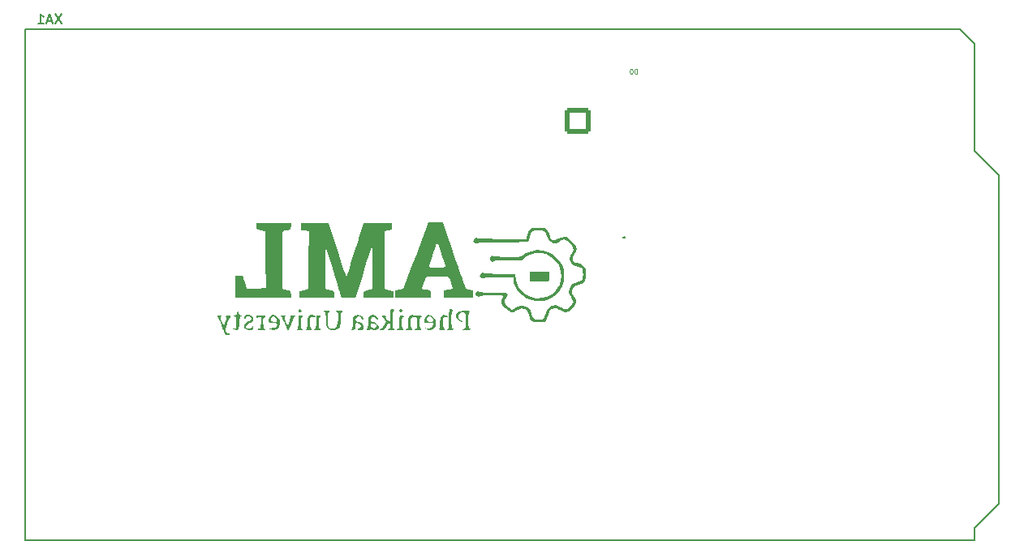
<source format=gbo>
G04 #@! TF.GenerationSoftware,KiCad,Pcbnew,7.0.5*
G04 #@! TF.CreationDate,2023-09-27T13:54:17+07:00*
G04 #@! TF.ProjectId,sumoRobotPCB,73756d6f-526f-4626-9f74-5043422e6b69,rev?*
G04 #@! TF.SameCoordinates,Original*
G04 #@! TF.FileFunction,Legend,Bot*
G04 #@! TF.FilePolarity,Positive*
%FSLAX46Y46*%
G04 Gerber Fmt 4.6, Leading zero omitted, Abs format (unit mm)*
G04 Created by KiCad (PCBNEW 7.0.5) date 2023-09-27 13:54:17*
%MOMM*%
%LPD*%
G01*
G04 APERTURE LIST*
G04 Aperture macros list*
%AMRoundRect*
0 Rectangle with rounded corners*
0 $1 Rounding radius*
0 $2 $3 $4 $5 $6 $7 $8 $9 X,Y pos of 4 corners*
0 Add a 4 corners polygon primitive as box body*
4,1,4,$2,$3,$4,$5,$6,$7,$8,$9,$2,$3,0*
0 Add four circle primitives for the rounded corners*
1,1,$1+$1,$2,$3*
1,1,$1+$1,$4,$5*
1,1,$1+$1,$6,$7*
1,1,$1+$1,$8,$9*
0 Add four rect primitives between the rounded corners*
20,1,$1+$1,$2,$3,$4,$5,0*
20,1,$1+$1,$4,$5,$6,$7,0*
20,1,$1+$1,$6,$7,$8,$9,0*
20,1,$1+$1,$8,$9,$2,$3,0*%
G04 Aperture macros list end*
%ADD10C,0.150000*%
%ADD11C,0.075000*%
%ADD12RoundRect,0.250001X-1.099999X-1.099999X1.099999X-1.099999X1.099999X1.099999X-1.099999X1.099999X0*%
%ADD13C,2.700000*%
%ADD14C,3.200000*%
%ADD15O,1.727200X1.727200*%
%ADD16R,1.727200X1.727200*%
G04 APERTURE END LIST*
D10*
X183568094Y-90158819D02*
X182901428Y-91158819D01*
X182901428Y-90158819D02*
X183568094Y-91158819D01*
X182568094Y-90873104D02*
X182091904Y-90873104D01*
X182663332Y-91158819D02*
X182329999Y-90158819D01*
X182329999Y-90158819D02*
X181996666Y-91158819D01*
X181139523Y-91158819D02*
X181710951Y-91158819D01*
X181425237Y-91158819D02*
X181425237Y-90158819D01*
X181425237Y-90158819D02*
X181520475Y-90301676D01*
X181520475Y-90301676D02*
X181615713Y-90396914D01*
X181615713Y-90396914D02*
X181710951Y-90444533D01*
X242274000Y-113415580D02*
X242321619Y-113463200D01*
X242321619Y-113463200D02*
X242274000Y-113510819D01*
X242274000Y-113510819D02*
X242226381Y-113463200D01*
X242226381Y-113463200D02*
X242274000Y-113415580D01*
X242274000Y-113415580D02*
X242274000Y-113510819D01*
D11*
X243659047Y-96392409D02*
X243659047Y-95892409D01*
X243659047Y-95892409D02*
X243539999Y-95892409D01*
X243539999Y-95892409D02*
X243468571Y-95916219D01*
X243468571Y-95916219D02*
X243420952Y-95963838D01*
X243420952Y-95963838D02*
X243397142Y-96011457D01*
X243397142Y-96011457D02*
X243373333Y-96106695D01*
X243373333Y-96106695D02*
X243373333Y-96178123D01*
X243373333Y-96178123D02*
X243397142Y-96273361D01*
X243397142Y-96273361D02*
X243420952Y-96320980D01*
X243420952Y-96320980D02*
X243468571Y-96368600D01*
X243468571Y-96368600D02*
X243539999Y-96392409D01*
X243539999Y-96392409D02*
X243659047Y-96392409D01*
X243063809Y-95892409D02*
X243016190Y-95892409D01*
X243016190Y-95892409D02*
X242968571Y-95916219D01*
X242968571Y-95916219D02*
X242944761Y-95940028D01*
X242944761Y-95940028D02*
X242920952Y-95987647D01*
X242920952Y-95987647D02*
X242897142Y-96082885D01*
X242897142Y-96082885D02*
X242897142Y-96201933D01*
X242897142Y-96201933D02*
X242920952Y-96297171D01*
X242920952Y-96297171D02*
X242944761Y-96344790D01*
X242944761Y-96344790D02*
X242968571Y-96368600D01*
X242968571Y-96368600D02*
X243016190Y-96392409D01*
X243016190Y-96392409D02*
X243063809Y-96392409D01*
X243063809Y-96392409D02*
X243111428Y-96368600D01*
X243111428Y-96368600D02*
X243135237Y-96344790D01*
X243135237Y-96344790D02*
X243159047Y-96297171D01*
X243159047Y-96297171D02*
X243182856Y-96201933D01*
X243182856Y-96201933D02*
X243182856Y-96082885D01*
X243182856Y-96082885D02*
X243159047Y-95987647D01*
X243159047Y-95987647D02*
X243135237Y-95940028D01*
X243135237Y-95940028D02*
X243111428Y-95916219D01*
X243111428Y-95916219D02*
X243063809Y-95892409D01*
G36*
X201038895Y-121618796D02*
G01*
X201227810Y-121628539D01*
X201280455Y-121664617D01*
X201224512Y-121740901D01*
X201211915Y-121755264D01*
X201117325Y-121915732D01*
X200995896Y-122179078D01*
X200870667Y-122496126D01*
X200850666Y-122551905D01*
X200731377Y-122970740D01*
X200715757Y-123261655D01*
X200804668Y-123431315D01*
X200998976Y-123486388D01*
X201094870Y-123501911D01*
X201165887Y-123571337D01*
X201119649Y-123630575D01*
X200975350Y-123654212D01*
X200802760Y-123626340D01*
X200674560Y-123550100D01*
X200631234Y-123474536D01*
X200533589Y-123261122D01*
X200406107Y-122954947D01*
X200265235Y-122594414D01*
X200158314Y-122321329D01*
X200026181Y-122008757D01*
X199919233Y-121783785D01*
X199853753Y-121682505D01*
X199842606Y-121671466D01*
X199891193Y-121634863D01*
X200061539Y-121620093D01*
X200127185Y-121621098D01*
X200266281Y-121642879D01*
X200241979Y-121694129D01*
X200223878Y-121706772D01*
X200176477Y-121785226D01*
X200193186Y-121928436D01*
X200277257Y-122181290D01*
X200335184Y-122332839D01*
X200425957Y-122547890D01*
X200485721Y-122660509D01*
X200529215Y-122638187D01*
X200609720Y-122492410D01*
X200703150Y-122252575D01*
X200762256Y-122072561D01*
X200811795Y-121874500D01*
X200803101Y-121764594D01*
X200738995Y-121699319D01*
X200703305Y-121665555D01*
X200762965Y-121630431D01*
X200980817Y-121618792D01*
X201038895Y-121618796D01*
G37*
G36*
X225955529Y-121116678D02*
G01*
X226150143Y-121144029D01*
X226226087Y-121192742D01*
X226223619Y-121213047D01*
X226141137Y-121277692D01*
X226121532Y-121295724D01*
X226086862Y-121447240D01*
X226064264Y-121732555D01*
X226056188Y-122127190D01*
X226056791Y-122303979D01*
X226064972Y-122640207D01*
X226086042Y-122845771D01*
X226124192Y-122948617D01*
X226183612Y-122976689D01*
X226242231Y-122986273D01*
X226311037Y-123061638D01*
X226282373Y-123092239D01*
X226128583Y-123131308D01*
X225886288Y-123146588D01*
X225733287Y-123140856D01*
X225537940Y-123110098D01*
X225461539Y-123061638D01*
X225475915Y-123022559D01*
X225588964Y-122976689D01*
X225632282Y-122976909D01*
X225684532Y-122964855D01*
X225716463Y-122909804D01*
X225734633Y-122780055D01*
X225745601Y-122543909D01*
X225755923Y-122169665D01*
X225758371Y-122074071D01*
X225761759Y-121707600D01*
X225744168Y-121474642D01*
X225695990Y-121345281D01*
X225607617Y-121289603D01*
X225469440Y-121277692D01*
X225249537Y-121314919D01*
X225088401Y-121467178D01*
X225036790Y-121746494D01*
X225043467Y-121855785D01*
X225118029Y-122019523D01*
X225312877Y-122148820D01*
X225441660Y-122217496D01*
X225499263Y-122273201D01*
X225416728Y-122291657D01*
X225175872Y-122231450D01*
X224938517Y-122060822D01*
X224782147Y-121830410D01*
X224738368Y-121627859D01*
X224801145Y-121376003D01*
X225005512Y-121203097D01*
X225157938Y-121158567D01*
X225409599Y-121124369D01*
X225692072Y-121110266D01*
X225955529Y-121116678D01*
G37*
G36*
X224243677Y-120947243D02*
G01*
X224428026Y-121012321D01*
X224492486Y-121078182D01*
X224406789Y-121135779D01*
X224346399Y-121225317D01*
X224298398Y-121439708D01*
X224268665Y-121735551D01*
X224257362Y-122071135D01*
X224264648Y-122404750D01*
X224290687Y-122694687D01*
X224335639Y-122899237D01*
X224399666Y-122976689D01*
X224458285Y-122986273D01*
X224527091Y-123061638D01*
X224504214Y-123089617D01*
X224358783Y-123129430D01*
X224123579Y-123143887D01*
X224017367Y-123142557D01*
X223840851Y-123130152D01*
X223799658Y-123095866D01*
X223868729Y-123028334D01*
X223928275Y-122965001D01*
X223973586Y-122850810D01*
X224000733Y-122660519D01*
X224013929Y-122362890D01*
X224017392Y-121926688D01*
X224017515Y-121802222D01*
X224021451Y-121416318D01*
X224034056Y-121165068D01*
X224059548Y-121020468D01*
X224102142Y-120954512D01*
X224166054Y-120939193D01*
X224243677Y-120947243D01*
G37*
G36*
X223687667Y-121579678D02*
G01*
X223859744Y-121628792D01*
X223932442Y-121711650D01*
X223932424Y-121712558D01*
X223856569Y-121765441D01*
X223677592Y-121787391D01*
X223587281Y-121789217D01*
X223474817Y-121821407D01*
X223430498Y-121930404D01*
X223422743Y-122162717D01*
X223421367Y-122255994D01*
X223404766Y-122503383D01*
X223375382Y-122661463D01*
X223373330Y-122760970D01*
X223460332Y-122917193D01*
X223539677Y-123006300D01*
X223592642Y-123098046D01*
X223584032Y-123108893D01*
X223465717Y-123135812D01*
X223252843Y-123146588D01*
X223105392Y-123137282D01*
X222947039Y-123091586D01*
X222908330Y-123025059D01*
X223013902Y-122957227D01*
X223039984Y-122938067D01*
X223088599Y-122778388D01*
X223094461Y-122478723D01*
X223089211Y-122269187D01*
X223114204Y-121948481D01*
X223195156Y-121741864D01*
X223341803Y-121615345D01*
X223485236Y-121575563D01*
X223687667Y-121579678D01*
G37*
G36*
X222658194Y-122373573D02*
G01*
X222657653Y-122423872D01*
X222612763Y-122741526D01*
X222484985Y-122960670D01*
X222431928Y-123009491D01*
X222168790Y-123126715D01*
X221866661Y-123127545D01*
X221596321Y-123008196D01*
X221585510Y-122999719D01*
X221492238Y-122918039D01*
X221525936Y-122900351D01*
X221705961Y-122933456D01*
X221873140Y-122947022D01*
X222134281Y-122886284D01*
X222327725Y-122744750D01*
X222403345Y-122549981D01*
X222398568Y-122492728D01*
X222347121Y-122421617D01*
X222206350Y-122389530D01*
X221936121Y-122382040D01*
X221468897Y-122382040D01*
X221468897Y-122089532D01*
X221488546Y-121965610D01*
X221741072Y-121965610D01*
X221746257Y-122132624D01*
X221858119Y-122245526D01*
X221902506Y-122261340D01*
X222151491Y-122302870D01*
X222333067Y-122257164D01*
X222403345Y-122133258D01*
X222343363Y-121941493D01*
X222199563Y-121773817D01*
X222031993Y-121702441D01*
X221973899Y-121709217D01*
X221823355Y-121804478D01*
X221741072Y-121965610D01*
X221488546Y-121965610D01*
X221506753Y-121850785D01*
X221657698Y-121664783D01*
X221673854Y-121653646D01*
X221909782Y-121546872D01*
X222135397Y-121577989D01*
X222396827Y-121752468D01*
X222400184Y-121755297D01*
X222565268Y-121922479D01*
X222640399Y-122102735D01*
X222642404Y-122133258D01*
X222658194Y-122373573D01*
G37*
G36*
X220385061Y-121590352D02*
G01*
X220403587Y-121597902D01*
X220629495Y-121640904D01*
X220895485Y-121637500D01*
X220923186Y-121634376D01*
X221137277Y-121635486D01*
X221214047Y-121693147D01*
X221199592Y-121736614D01*
X221086622Y-121787391D01*
X221063005Y-121792831D01*
X220992526Y-121902947D01*
X220954358Y-122117358D01*
X220947654Y-122386584D01*
X220971568Y-122661143D01*
X221025252Y-122891553D01*
X221107860Y-123028334D01*
X221145096Y-123058279D01*
X221175750Y-123112011D01*
X221086742Y-123136759D01*
X220853010Y-123143887D01*
X220719384Y-123139965D01*
X220525649Y-123110645D01*
X220449499Y-123061638D01*
X220463875Y-123022559D01*
X220576923Y-122976689D01*
X220614516Y-122969192D01*
X220668976Y-122893816D01*
X220696644Y-122711766D01*
X220704348Y-122391682D01*
X220703912Y-122207636D01*
X220694415Y-121974716D01*
X220659951Y-121850568D01*
X220584361Y-121795436D01*
X220451484Y-121769562D01*
X220428333Y-121766352D01*
X220225190Y-121769032D01*
X220102022Y-121859599D01*
X220041115Y-122064680D01*
X220024749Y-122410902D01*
X220035803Y-122697715D01*
X220081931Y-122908031D01*
X220173412Y-123028334D01*
X220210648Y-123058279D01*
X220241302Y-123112011D01*
X220152294Y-123136759D01*
X219918562Y-123143887D01*
X219784936Y-123139965D01*
X219591200Y-123110645D01*
X219515050Y-123061638D01*
X219529427Y-123022559D01*
X219642475Y-122976689D01*
X219688528Y-122964226D01*
X219737951Y-122878771D01*
X219762967Y-122685638D01*
X219769900Y-122353920D01*
X219770177Y-122241885D01*
X219778693Y-121958793D01*
X219808450Y-121789331D01*
X219871913Y-121690144D01*
X219981549Y-121617880D01*
X220157570Y-121553776D01*
X220385061Y-121590352D01*
G37*
G36*
X219185578Y-121636683D02*
G01*
X219302676Y-121702441D01*
X219310667Y-121746208D01*
X219222740Y-121787391D01*
X219199268Y-121792490D01*
X219126332Y-121901517D01*
X219086079Y-122115263D01*
X219077862Y-122384273D01*
X219101035Y-122659091D01*
X219154951Y-122890264D01*
X219238964Y-123028334D01*
X219276200Y-123058279D01*
X219306854Y-123112011D01*
X219217846Y-123136759D01*
X218984114Y-123143887D01*
X218850487Y-123139965D01*
X218656752Y-123110645D01*
X218580602Y-123061638D01*
X218594978Y-123022559D01*
X218708027Y-122976689D01*
X218764467Y-122955054D01*
X218807674Y-122855052D01*
X218829450Y-122645786D01*
X218835452Y-122297090D01*
X218836689Y-122020020D01*
X218847465Y-121791940D01*
X218878362Y-121671925D01*
X218939954Y-121625325D01*
X219042813Y-121617491D01*
X219185578Y-121636683D01*
G37*
G36*
X218129364Y-120948459D02*
G01*
X218325753Y-121022843D01*
X218342026Y-121033485D01*
X218402887Y-121092462D01*
X218304515Y-121106492D01*
X218298216Y-121106628D01*
X218234754Y-121126987D01*
X218193365Y-121201903D01*
X218169472Y-121360200D01*
X218158495Y-121630704D01*
X218155853Y-122042240D01*
X218157330Y-122334196D01*
X218166939Y-122655679D01*
X218188685Y-122851970D01*
X218226241Y-122949997D01*
X218283278Y-122976689D01*
X218341897Y-122986273D01*
X218410703Y-123061638D01*
X218393162Y-123087026D01*
X218256408Y-123129716D01*
X218028428Y-123146588D01*
X217914186Y-123142690D01*
X217722081Y-123112301D01*
X217646154Y-123061638D01*
X217660530Y-123022559D01*
X217773579Y-122976689D01*
X217785184Y-122976151D01*
X217873372Y-122899270D01*
X217901004Y-122679364D01*
X217900619Y-122646408D01*
X217865113Y-122442074D01*
X217777385Y-122394646D01*
X217645183Y-122502576D01*
X217476254Y-122764314D01*
X217328244Y-123001461D01*
X217194591Y-123116535D01*
X217032042Y-123146588D01*
X216870001Y-123123113D01*
X216796656Y-123061638D01*
X216809768Y-123023709D01*
X216920500Y-122976689D01*
X216982741Y-122948958D01*
X217120676Y-122809138D01*
X217270373Y-122590998D01*
X217388087Y-122383658D01*
X217444696Y-122238226D01*
X217426341Y-122134579D01*
X217339685Y-122017587D01*
X217207478Y-121869621D01*
X217058525Y-121723679D01*
X217005024Y-121668132D01*
X217034655Y-121627422D01*
X217210182Y-121617491D01*
X217225414Y-121617585D01*
X217400724Y-121642747D01*
X217431471Y-121706177D01*
X217428018Y-121822701D01*
X217510741Y-121994838D01*
X217641616Y-122146760D01*
X217775537Y-122212140D01*
X217821250Y-122198750D01*
X217869517Y-122110066D01*
X217894122Y-121912208D01*
X217901004Y-121575016D01*
X217901014Y-121554281D01*
X217906621Y-121233543D01*
X217927964Y-121046788D01*
X217972995Y-120960008D01*
X218049666Y-120939193D01*
X218129364Y-120948459D01*
G37*
G36*
X216711706Y-122795965D02*
G01*
X216700739Y-122872948D01*
X216609766Y-123044649D01*
X216520615Y-123099053D01*
X216320068Y-123141714D01*
X216116324Y-123130643D01*
X215990708Y-123063378D01*
X215937784Y-123028248D01*
X215784572Y-123076785D01*
X215669982Y-123120325D01*
X215469949Y-123111807D01*
X215411741Y-123088397D01*
X215357383Y-123037992D01*
X215458696Y-122966755D01*
X215503430Y-122934226D01*
X215566920Y-122823756D01*
X215593055Y-122658127D01*
X215878063Y-122658127D01*
X215893445Y-122744036D01*
X216001366Y-122922390D01*
X216168691Y-122973818D01*
X216351661Y-122878004D01*
X216440057Y-122749039D01*
X216420331Y-122588342D01*
X216238952Y-122464887D01*
X216128230Y-122425111D01*
X215951118Y-122392504D01*
X215878429Y-122464447D01*
X215878063Y-122658127D01*
X215593055Y-122658127D01*
X215598687Y-122622435D01*
X215607358Y-122291048D01*
X215607497Y-122210624D01*
X215615153Y-121926891D01*
X215644386Y-121759862D01*
X215708796Y-121665809D01*
X215821983Y-121601009D01*
X215913453Y-121565897D01*
X216096882Y-121556843D01*
X216331682Y-121643931D01*
X216382645Y-121670170D01*
X216556536Y-121796783D01*
X216626756Y-121913441D01*
X216593858Y-122023543D01*
X216495831Y-122015567D01*
X216361031Y-121872761D01*
X216240161Y-121761498D01*
X216065450Y-121739973D01*
X215921834Y-121843197D01*
X215862208Y-122052148D01*
X215865411Y-122137557D01*
X215916850Y-122265532D01*
X216063126Y-122297090D01*
X216238428Y-122334357D01*
X216462354Y-122458760D01*
X216639616Y-122627630D01*
X216691610Y-122749039D01*
X216711706Y-122795965D01*
G37*
G36*
X214712155Y-121616425D02*
G01*
X214763324Y-121633735D01*
X214940950Y-121702160D01*
X215012709Y-121744556D01*
X215019426Y-121776298D01*
X215064273Y-121907868D01*
X215076213Y-121987801D01*
X214989231Y-122042240D01*
X214907407Y-122010454D01*
X214818196Y-121872341D01*
X214729753Y-121735944D01*
X214568577Y-121717878D01*
X214377410Y-121840177D01*
X214342423Y-121878317D01*
X214264987Y-122060631D01*
X214346379Y-122210378D01*
X214577479Y-122306316D01*
X214704299Y-122338678D01*
X214980538Y-122479635D01*
X215118607Y-122678930D01*
X215103439Y-122919013D01*
X215090430Y-122951333D01*
X214972074Y-123105301D01*
X214764976Y-123146588D01*
X214598219Y-123129306D01*
X214476778Y-123074810D01*
X214472175Y-123009641D01*
X214607938Y-122961525D01*
X214757477Y-122898925D01*
X214835312Y-122754814D01*
X214793385Y-122591282D01*
X214629197Y-122466519D01*
X214626300Y-122465421D01*
X214397206Y-122418013D01*
X214278555Y-122497126D01*
X214260750Y-122709077D01*
X214260404Y-122879708D01*
X214218780Y-123040452D01*
X214172521Y-123087613D01*
X214030608Y-123140131D01*
X213888220Y-123132867D01*
X213823412Y-123061638D01*
X213825880Y-123041333D01*
X213908362Y-122976689D01*
X213951894Y-122898465D01*
X213982053Y-122688290D01*
X213993311Y-122383998D01*
X213993325Y-122360671D01*
X214000051Y-122050305D01*
X214028231Y-121860230D01*
X214091241Y-121743775D01*
X214202456Y-121654271D01*
X214308318Y-121593896D01*
X214480183Y-121561528D01*
X214712155Y-121616425D01*
G37*
G36*
X212615021Y-121113105D02*
G01*
X212842672Y-121121345D01*
X212920744Y-121148229D01*
X212867726Y-121199547D01*
X212865115Y-121201086D01*
X212791301Y-121274132D01*
X212746762Y-121408976D01*
X212724886Y-121641567D01*
X212719064Y-122007848D01*
X212718246Y-122194574D01*
X212707378Y-122491949D01*
X212675828Y-122685151D01*
X212613563Y-122818939D01*
X212510551Y-122938075D01*
X212334470Y-123065786D01*
X212012904Y-123153446D01*
X211680998Y-123110875D01*
X211398480Y-122938075D01*
X211357171Y-122895216D01*
X211268057Y-122773174D01*
X211217579Y-122619747D01*
X211195096Y-122388808D01*
X211189967Y-122034229D01*
X211185583Y-121729489D01*
X211164080Y-121472695D01*
X211118299Y-121317449D01*
X211041305Y-121226046D01*
X211010014Y-121201302D01*
X210970020Y-121144348D01*
X211050034Y-121118982D01*
X211274917Y-121113196D01*
X211358228Y-121113581D01*
X211537534Y-121123924D01*
X211579347Y-121157409D01*
X211508529Y-121226046D01*
X211462391Y-121270036D01*
X211400171Y-121399516D01*
X211368627Y-121619353D01*
X211359867Y-121968991D01*
X211362966Y-122158933D01*
X211403660Y-122547561D01*
X211500367Y-122799681D01*
X211664246Y-122935866D01*
X211906456Y-122976689D01*
X212052166Y-122966320D01*
X212225841Y-122895017D01*
X212339515Y-122733361D01*
X212408271Y-122455051D01*
X212447192Y-122033784D01*
X212451216Y-121962237D01*
X212462697Y-121639401D01*
X212449872Y-121437669D01*
X212406585Y-121316208D01*
X212326683Y-121234186D01*
X212270744Y-121188587D01*
X212249951Y-121139007D01*
X212348504Y-121117682D01*
X212591639Y-121113077D01*
X212615021Y-121113105D01*
G37*
G36*
X210428589Y-121617498D02*
G01*
X210606449Y-121642795D01*
X210680268Y-121702441D01*
X210665892Y-121741521D01*
X210552843Y-121787391D01*
X210512950Y-121796061D01*
X210459857Y-121874047D01*
X210432912Y-122058957D01*
X210425418Y-122382040D01*
X210427276Y-122568206D01*
X210443987Y-122815973D01*
X210483611Y-122941718D01*
X210552843Y-122976689D01*
X210611462Y-122986273D01*
X210680268Y-123061638D01*
X210662727Y-123087026D01*
X210525973Y-123129716D01*
X210297994Y-123146588D01*
X210183751Y-123142690D01*
X209991647Y-123112301D01*
X209915719Y-123061638D01*
X209930096Y-123022559D01*
X210043144Y-122976689D01*
X210099584Y-122955054D01*
X210142791Y-122855052D01*
X210164567Y-122645786D01*
X210170569Y-122297090D01*
X210170569Y-121617491D01*
X210425418Y-121617491D01*
X210428589Y-121617498D01*
G37*
G36*
X209895925Y-121595351D02*
G01*
X210021907Y-121616331D01*
X210036577Y-121618886D01*
X210085619Y-121702441D01*
X210012942Y-121762265D01*
X209836494Y-121787391D01*
X209799091Y-121788157D01*
X209638322Y-121826685D01*
X209544905Y-121944623D01*
X209505995Y-122171313D01*
X209508747Y-122536098D01*
X209515585Y-122646798D01*
X209559621Y-122893757D01*
X209636869Y-122976689D01*
X209678487Y-122983167D01*
X209745820Y-123061638D01*
X209737155Y-123080681D01*
X209618804Y-123127748D01*
X209406020Y-123146588D01*
X209329851Y-123144422D01*
X209141584Y-123114834D01*
X209066221Y-123061638D01*
X209068690Y-123041333D01*
X209151171Y-122976689D01*
X209192322Y-122910611D01*
X209224118Y-122713059D01*
X209236121Y-122424515D01*
X209267593Y-122036659D01*
X209371709Y-121734949D01*
X209542814Y-121574878D01*
X209774911Y-121566002D01*
X209895925Y-121595351D01*
G37*
G36*
X208559693Y-121617498D02*
G01*
X208737553Y-121642795D01*
X208811372Y-121702441D01*
X208796995Y-121741521D01*
X208683947Y-121787391D01*
X208660329Y-121792831D01*
X208589850Y-121902947D01*
X208551682Y-122117358D01*
X208544979Y-122386584D01*
X208568892Y-122661143D01*
X208622576Y-122891553D01*
X208705184Y-123028334D01*
X208729813Y-123047544D01*
X208779494Y-123108531D01*
X208708712Y-123136173D01*
X208492810Y-123143887D01*
X208397606Y-123141583D01*
X208207401Y-123112946D01*
X208131773Y-123061638D01*
X208134241Y-123041333D01*
X208216723Y-122976689D01*
X208224322Y-122974423D01*
X208264613Y-122870147D01*
X208291737Y-122633644D01*
X208301673Y-122297090D01*
X208301673Y-121617491D01*
X208556522Y-121617491D01*
X208559693Y-121617498D01*
G37*
G36*
X206863946Y-121622449D02*
G01*
X206979550Y-121647256D01*
X206944618Y-121699319D01*
X206899532Y-121735711D01*
X206868458Y-121822650D01*
X206894495Y-121980431D01*
X206980463Y-122252575D01*
X207060142Y-122461348D01*
X207143861Y-122623684D01*
X207197891Y-122660509D01*
X207227988Y-122609710D01*
X207309102Y-122429626D01*
X207406356Y-122181290D01*
X207430107Y-122115899D01*
X207499534Y-121890204D01*
X207502292Y-121764577D01*
X207441634Y-121694129D01*
X207416546Y-121669841D01*
X207480820Y-121633180D01*
X207707024Y-121621375D01*
X207854513Y-121625362D01*
X207986916Y-121649845D01*
X207960373Y-121698200D01*
X207935024Y-121720742D01*
X207834175Y-121877651D01*
X207708079Y-122138190D01*
X207578099Y-122459798D01*
X207529215Y-122588044D01*
X207407763Y-122873442D01*
X207304669Y-123071792D01*
X207238194Y-123146221D01*
X207221359Y-123137947D01*
X207140076Y-123019746D01*
X207028723Y-122790657D01*
X206906243Y-122488227D01*
X206872820Y-122400670D01*
X206741695Y-122091106D01*
X206620055Y-121850061D01*
X206530576Y-121723679D01*
X206472838Y-121657968D01*
X206531410Y-121625954D01*
X206735102Y-121618792D01*
X206863946Y-121622449D01*
G37*
G36*
X206348617Y-122475243D02*
G01*
X206293264Y-122767556D01*
X206177927Y-122976689D01*
X205983926Y-123094346D01*
X205682909Y-123146859D01*
X205377851Y-123095025D01*
X205309209Y-123064569D01*
X205248689Y-122997113D01*
X205345094Y-122949847D01*
X205589329Y-122929873D01*
X205856855Y-122892997D01*
X206034290Y-122764061D01*
X206091676Y-122530702D01*
X206091437Y-122516854D01*
X206053719Y-122432905D01*
X205924734Y-122392493D01*
X205665562Y-122382040D01*
X205402036Y-122364456D01*
X205218402Y-122285660D01*
X205170876Y-122126797D01*
X205195056Y-122042436D01*
X205455853Y-122042436D01*
X205472021Y-122152148D01*
X205564453Y-122230744D01*
X205780346Y-122269779D01*
X205844587Y-122276109D01*
X206019934Y-122278771D01*
X206082680Y-122221538D01*
X206077670Y-122075035D01*
X206072207Y-122039123D01*
X205977693Y-121833483D01*
X205821036Y-121728491D01*
X205650000Y-121726649D01*
X205512351Y-121830463D01*
X205455853Y-122042436D01*
X205195056Y-122042436D01*
X205244558Y-121869735D01*
X205249791Y-121857409D01*
X205418963Y-121633737D01*
X205652560Y-121554921D01*
X205925769Y-121621842D01*
X206213778Y-121835378D01*
X206270727Y-121916283D01*
X206341825Y-122168552D01*
X206342998Y-122221538D01*
X206348617Y-122475243D01*
G37*
G36*
X204093645Y-121617731D02*
G01*
X204287482Y-121631553D01*
X204542642Y-121628394D01*
X204632335Y-121626559D01*
X204827613Y-121647457D01*
X204903679Y-121699038D01*
X204889275Y-121739720D01*
X204776254Y-121787391D01*
X204752637Y-121792831D01*
X204682158Y-121902947D01*
X204643990Y-122117358D01*
X204637286Y-122386584D01*
X204661200Y-122661143D01*
X204714884Y-122891553D01*
X204797492Y-123028334D01*
X204843550Y-123066860D01*
X204856896Y-123114841D01*
X204750833Y-123137253D01*
X204500168Y-123143887D01*
X204327517Y-123138271D01*
X204130773Y-123108629D01*
X204054181Y-123061638D01*
X204086040Y-123012263D01*
X204224081Y-122976689D01*
X204242178Y-122976379D01*
X204323766Y-122953717D01*
X204369518Y-122869364D01*
X204389551Y-122687278D01*
X204393980Y-122371421D01*
X204393980Y-121766154D01*
X204133078Y-121818334D01*
X204010961Y-121838303D01*
X203908810Y-121820368D01*
X203904511Y-121722765D01*
X203941974Y-121648097D01*
X204059226Y-121610559D01*
X204093645Y-121617731D01*
G37*
G36*
X203402960Y-121634091D02*
G01*
X203566802Y-121802701D01*
X203613044Y-122029217D01*
X203588941Y-122130319D01*
X203471500Y-122280985D01*
X203225920Y-122422316D01*
X203078151Y-122497914D01*
X202912826Y-122631849D01*
X202864883Y-122783353D01*
X202874808Y-122879279D01*
X202952554Y-122957876D01*
X203149226Y-122976689D01*
X203176477Y-122976397D01*
X203398675Y-122930209D01*
X203525751Y-122785552D01*
X203583712Y-122670574D01*
X203615121Y-122661224D01*
X203623682Y-122813868D01*
X203613765Y-122970017D01*
X203572799Y-123089955D01*
X203562642Y-123098951D01*
X203394338Y-123150356D01*
X203152600Y-123141980D01*
X202911172Y-123083275D01*
X202743798Y-122983694D01*
X202655685Y-122860180D01*
X202620943Y-122636819D01*
X202752634Y-122426691D01*
X203048550Y-122235223D01*
X203065978Y-122226855D01*
X203295661Y-122100357D01*
X203396595Y-121993391D01*
X203399679Y-121874186D01*
X203311311Y-121755642D01*
X203134457Y-121698878D01*
X202948109Y-121728798D01*
X202826927Y-121848723D01*
X202819893Y-121866670D01*
X202763816Y-121946719D01*
X202691999Y-121869960D01*
X202662227Y-121771515D01*
X202755280Y-121638729D01*
X202916394Y-121558864D01*
X203169998Y-121545456D01*
X203402960Y-121634091D01*
G37*
G36*
X202061394Y-121228172D02*
G01*
X202100335Y-121363516D01*
X202129548Y-121484843D01*
X202286923Y-121597241D01*
X202361523Y-121618043D01*
X202416785Y-121654645D01*
X202318950Y-121700252D01*
X202252616Y-121738532D01*
X202196183Y-121841582D01*
X202166280Y-122039099D01*
X202153600Y-122368708D01*
X202134824Y-122733180D01*
X202090508Y-122956159D01*
X202015385Y-123063467D01*
X201901385Y-123127084D01*
X201794621Y-123136189D01*
X201612829Y-123093295D01*
X201500599Y-123044832D01*
X201464251Y-122975006D01*
X201520366Y-122944187D01*
X201675670Y-122952097D01*
X201689518Y-122955591D01*
X201774662Y-122959791D01*
X201821523Y-122897238D01*
X201841373Y-122733570D01*
X201845485Y-122434423D01*
X201845825Y-122151484D01*
X201846776Y-121920679D01*
X201848126Y-121808628D01*
X201784218Y-121754844D01*
X201614514Y-121709696D01*
X201378261Y-121674475D01*
X201632970Y-121623936D01*
X201819484Y-121552108D01*
X201887819Y-121411620D01*
X201905110Y-121317812D01*
X201994147Y-121214214D01*
X202061394Y-121228172D01*
G37*
G36*
X233455556Y-112460559D02*
G01*
X233770846Y-112473675D01*
X234004634Y-112496909D01*
X234150199Y-112543174D01*
X234250834Y-112627133D01*
X234349832Y-112763450D01*
X234359992Y-112778909D01*
X234502648Y-113067696D01*
X234592686Y-113371676D01*
X234684169Y-113634513D01*
X234855060Y-113761084D01*
X235111522Y-113746662D01*
X235460813Y-113593100D01*
X235730362Y-113457894D01*
X236014756Y-113380557D01*
X236269750Y-113418460D01*
X236537062Y-113579973D01*
X236858408Y-113873465D01*
X237103932Y-114135105D01*
X237288734Y-114402097D01*
X237350102Y-114644897D01*
X237296466Y-114904396D01*
X237136255Y-115221486D01*
X237069380Y-115342513D01*
X236968841Y-115610914D01*
X236972153Y-115840500D01*
X236982238Y-115883034D01*
X237044894Y-116020316D01*
X237174263Y-116096429D01*
X237421822Y-116146391D01*
X237720296Y-116224684D01*
X238053149Y-116441517D01*
X238110584Y-116500811D01*
X238207601Y-116629101D01*
X238261236Y-116780944D01*
X238284140Y-117005092D01*
X238288964Y-117350299D01*
X238276946Y-117738621D01*
X238221960Y-118013167D01*
X238097644Y-118190853D01*
X237877651Y-118308490D01*
X237535636Y-118402894D01*
X237286057Y-118473427D01*
X237087997Y-118581525D01*
X236966151Y-118740974D01*
X236917544Y-118842518D01*
X236854812Y-119083737D01*
X236898544Y-119322689D01*
X237054975Y-119621170D01*
X237094779Y-119687608D01*
X237243868Y-120020348D01*
X237256774Y-120304563D01*
X237127101Y-120579348D01*
X236848456Y-120883793D01*
X236784779Y-120942232D01*
X236479954Y-121174314D01*
X236211694Y-121268299D01*
X235937043Y-121230576D01*
X235613044Y-121067533D01*
X235488016Y-120993968D01*
X235218935Y-120879933D01*
X234987508Y-120875519D01*
X234732848Y-120974277D01*
X234599681Y-121067824D01*
X234483932Y-121246826D01*
X234394767Y-121543762D01*
X234349141Y-121712398D01*
X234251167Y-121975614D01*
X234153231Y-122144501D01*
X234089998Y-122199768D01*
X233945567Y-122258955D01*
X233712585Y-122288836D01*
X233350665Y-122297090D01*
X232986855Y-122286815D01*
X232726116Y-122233803D01*
X232557476Y-122106991D01*
X232441073Y-121875342D01*
X232337048Y-121507816D01*
X232290876Y-121347800D01*
X232172821Y-121117022D01*
X231995931Y-120976880D01*
X231860587Y-120913045D01*
X231645428Y-120862853D01*
X231431017Y-120911365D01*
X231153178Y-121065317D01*
X231021904Y-121143372D01*
X230735745Y-121258608D01*
X230480467Y-121251855D01*
X230215473Y-121115931D01*
X229900168Y-120843656D01*
X229844938Y-120789507D01*
X229598378Y-120513961D01*
X229480169Y-120287730D01*
X229478512Y-120073397D01*
X229581606Y-119833545D01*
X229665390Y-119671105D01*
X229706020Y-119557458D01*
X229705384Y-119554085D01*
X229613736Y-119524792D01*
X229392409Y-119504921D01*
X229077793Y-119493992D01*
X228706273Y-119491529D01*
X228314237Y-119497053D01*
X227938074Y-119510086D01*
X227614171Y-119530152D01*
X227378915Y-119556771D01*
X227268695Y-119589466D01*
X227157414Y-119638822D01*
X226948866Y-119628938D01*
X226938375Y-119626240D01*
X226778114Y-119543159D01*
X226751509Y-119393231D01*
X226753145Y-119383016D01*
X226853797Y-119175649D01*
X227034268Y-119083533D01*
X227244039Y-119133328D01*
X227247370Y-119135340D01*
X227406757Y-119181595D01*
X227708120Y-119213850D01*
X228160623Y-119232740D01*
X228773430Y-119238896D01*
X228940829Y-119238937D01*
X229435275Y-119241957D01*
X229783202Y-119255636D01*
X230002872Y-119288084D01*
X230112545Y-119347412D01*
X230130483Y-119441729D01*
X230074947Y-119579148D01*
X229964197Y-119767779D01*
X229942163Y-119805202D01*
X229837172Y-120027427D01*
X229794298Y-120197990D01*
X229805172Y-120242197D01*
X229907275Y-120403654D01*
X230081604Y-120606722D01*
X230284617Y-120807021D01*
X230472771Y-120960169D01*
X230602521Y-121021783D01*
X230634036Y-121015376D01*
X230788166Y-120942682D01*
X230995110Y-120814828D01*
X231209691Y-120680650D01*
X231505260Y-120561707D01*
X231776262Y-120562580D01*
X232074954Y-120676579D01*
X232213140Y-120752043D01*
X232428502Y-120920780D01*
X232557713Y-121142064D01*
X232642496Y-121474561D01*
X232702780Y-121706813D01*
X232833282Y-121911559D01*
X233053418Y-122014170D01*
X233400014Y-122042240D01*
X233663000Y-122029685D01*
X233886706Y-121960091D01*
X234017141Y-121801918D01*
X234095575Y-121524445D01*
X234128256Y-121373675D01*
X234257786Y-121029494D01*
X234462868Y-120796027D01*
X234775235Y-120631589D01*
X235172816Y-120479751D01*
X235668704Y-120754453D01*
X235741217Y-120794107D01*
X236013672Y-120925978D01*
X236194793Y-120972311D01*
X236323154Y-120944296D01*
X236324220Y-120943721D01*
X236459667Y-120840538D01*
X236638864Y-120669232D01*
X236819388Y-120475342D01*
X236958813Y-120304408D01*
X237014716Y-120201966D01*
X236985024Y-120126805D01*
X236890357Y-119941731D01*
X236753260Y-119694573D01*
X236617052Y-119426220D01*
X236540235Y-119125693D01*
X236585157Y-118839538D01*
X236751744Y-118508126D01*
X236753124Y-118505862D01*
X236887826Y-118340565D01*
X237080235Y-118230761D01*
X237386338Y-118144358D01*
X237564483Y-118096914D01*
X237813376Y-117996482D01*
X237942339Y-117892452D01*
X237951672Y-117872773D01*
X237995522Y-117663392D01*
X238003998Y-117374435D01*
X237981276Y-117068013D01*
X237931529Y-116806238D01*
X237858930Y-116651222D01*
X237777060Y-116596681D01*
X237555615Y-116501639D01*
X237276133Y-116416220D01*
X237071925Y-116360835D01*
X236886540Y-116279786D01*
X236776732Y-116158087D01*
X236688804Y-115953425D01*
X236629776Y-115778685D01*
X236609331Y-115616588D01*
X236658950Y-115454344D01*
X236788423Y-115219865D01*
X236871921Y-115070596D01*
X236989787Y-114778231D01*
X236987016Y-114537205D01*
X236855745Y-114300468D01*
X236588115Y-114020969D01*
X236400656Y-113852596D01*
X236188554Y-113710132D01*
X235996741Y-113681248D01*
X235773665Y-113762746D01*
X235467775Y-113951424D01*
X235411915Y-113987192D01*
X235150822Y-114106261D01*
X234928407Y-114105757D01*
X234629625Y-113956460D01*
X234388762Y-113675514D01*
X234256070Y-113305570D01*
X234176329Y-113031800D01*
X234013129Y-112834014D01*
X233744512Y-112728771D01*
X233342971Y-112697759D01*
X232993915Y-112724644D01*
X232727933Y-112832670D01*
X232563210Y-113046283D01*
X232469280Y-113389610D01*
X232452057Y-113481789D01*
X232388840Y-113719848D01*
X232322469Y-113865819D01*
X232273778Y-113892316D01*
X232135708Y-113919022D01*
X231898297Y-113939604D01*
X231547441Y-113954628D01*
X231069034Y-113964660D01*
X230448970Y-113970264D01*
X229673144Y-113972006D01*
X229096400Y-113973228D01*
X228363263Y-113979778D01*
X227792904Y-113992121D01*
X227381090Y-114010405D01*
X227123592Y-114034780D01*
X227016177Y-114065395D01*
X226952498Y-114109399D01*
X226781319Y-114116333D01*
X226630646Y-114016325D01*
X226565887Y-113841846D01*
X226585899Y-113740048D01*
X226686316Y-113590068D01*
X226823685Y-113504800D01*
X226943910Y-113529009D01*
X226959195Y-113534542D01*
X227109718Y-113551640D01*
X227401328Y-113569541D01*
X227812585Y-113587398D01*
X228322050Y-113604360D01*
X228908284Y-113619580D01*
X229549846Y-113632207D01*
X232095219Y-113674682D01*
X232141527Y-113462307D01*
X232192332Y-113242877D01*
X232307996Y-112879117D01*
X232459129Y-112644179D01*
X232678752Y-112512889D01*
X232999888Y-112460074D01*
X233455556Y-112460559D01*
G37*
G36*
X219033376Y-120950661D02*
G01*
X219143848Y-121050256D01*
X219132776Y-121192742D01*
X219024658Y-121274305D01*
X218895905Y-121244456D01*
X218835452Y-121107792D01*
X218858624Y-121008623D01*
X218957863Y-120937893D01*
X219033376Y-120950661D01*
G37*
G36*
X208541535Y-121002650D02*
G01*
X208625300Y-121129030D01*
X208610997Y-121234697D01*
X208471572Y-121277692D01*
X208347395Y-121249443D01*
X208317845Y-121129030D01*
X208351624Y-121050988D01*
X208471572Y-120980368D01*
X208541535Y-121002650D01*
G37*
G36*
X233845641Y-114814398D02*
G01*
X234431552Y-114982339D01*
X234748266Y-115157311D01*
X235183978Y-115508553D01*
X235565386Y-115937675D01*
X235840939Y-116393077D01*
X235982132Y-116824606D01*
X236046673Y-117416149D01*
X235990877Y-118016482D01*
X235815457Y-118564953D01*
X235591479Y-118957597D01*
X235150617Y-119461123D01*
X234605305Y-119843716D01*
X233979079Y-120085886D01*
X233708188Y-120130121D01*
X233195671Y-120127340D01*
X232667192Y-120037963D01*
X232197839Y-119871047D01*
X232125796Y-119833994D01*
X231696270Y-119536077D01*
X231314198Y-119147482D01*
X231007152Y-118706654D01*
X230802705Y-118252041D01*
X230728428Y-117822091D01*
X230728428Y-117624849D01*
X229321171Y-117624849D01*
X229053911Y-117626243D01*
X228573304Y-117636515D01*
X228176620Y-117655432D01*
X227892504Y-117681390D01*
X227749600Y-117712788D01*
X227698281Y-117734884D01*
X227489261Y-117738758D01*
X227317062Y-117634569D01*
X227245485Y-117454950D01*
X227254925Y-117394512D01*
X227361550Y-117243564D01*
X227531095Y-117155709D01*
X227693228Y-117174934D01*
X227798672Y-117197429D01*
X228048103Y-117222281D01*
X228411061Y-117246441D01*
X228858641Y-117267999D01*
X229361934Y-117285050D01*
X230926208Y-117327525D01*
X231035142Y-117862309D01*
X231048404Y-117925087D01*
X231214132Y-118455517D01*
X231470754Y-118887390D01*
X231850754Y-119277051D01*
X232054924Y-119432575D01*
X232579326Y-119694236D01*
X233141857Y-119813725D01*
X233714288Y-119797071D01*
X234268388Y-119650302D01*
X234775927Y-119379447D01*
X235208674Y-118990534D01*
X235538399Y-118489592D01*
X235566138Y-118427665D01*
X235681078Y-118011432D01*
X235728504Y-117523997D01*
X235705623Y-117038283D01*
X235609648Y-116627212D01*
X235481028Y-116362926D01*
X235184720Y-115947985D01*
X234817643Y-115578490D01*
X234433714Y-115314620D01*
X234176615Y-115206064D01*
X233610534Y-115091703D01*
X233020749Y-115115147D01*
X232451469Y-115272068D01*
X231946900Y-115558137D01*
X231576457Y-115840903D01*
X230264466Y-115840903D01*
X230251849Y-115840906D01*
X229696550Y-115847923D01*
X229244473Y-115867444D01*
X228917776Y-115898056D01*
X228738620Y-115938342D01*
X228732216Y-115941241D01*
X228540376Y-115992484D01*
X228394824Y-115927940D01*
X228286713Y-115773027D01*
X228279751Y-115588650D01*
X228363240Y-115433937D01*
X228510632Y-115355519D01*
X228695378Y-115400027D01*
X228807195Y-115436252D01*
X229102822Y-115472182D01*
X229563930Y-115493848D01*
X230188321Y-115501103D01*
X230477327Y-115500835D01*
X230904754Y-115497377D01*
X231208438Y-115486813D01*
X231418476Y-115465292D01*
X231564964Y-115428965D01*
X231678000Y-115373980D01*
X231787681Y-115296487D01*
X232034158Y-115133513D01*
X232601925Y-114895334D01*
X233220759Y-114787180D01*
X233845641Y-114814398D01*
G37*
G36*
X225004837Y-116605451D02*
G01*
X225006704Y-116610904D01*
X225205770Y-117185780D01*
X225390586Y-117707065D01*
X225553185Y-118153263D01*
X225685600Y-118502881D01*
X225779865Y-118734424D01*
X225828013Y-118826400D01*
X225846091Y-118836196D01*
X226005465Y-118886432D01*
X226237802Y-118933591D01*
X226378398Y-118958344D01*
X226509178Y-119012758D01*
X226558364Y-119131489D01*
X226565887Y-119367325D01*
X226565887Y-119748595D01*
X225036790Y-119748595D01*
X223507693Y-119748595D01*
X223507693Y-119372433D01*
X223507693Y-118996272D01*
X223974917Y-118937896D01*
X224168260Y-118909420D01*
X224365651Y-118867361D01*
X224442141Y-118831623D01*
X224442019Y-118829502D01*
X224414658Y-118721228D01*
X224348663Y-118499777D01*
X224257467Y-118210332D01*
X224256903Y-118208580D01*
X224132169Y-117869955D01*
X224017187Y-117672519D01*
X223896430Y-117589578D01*
X223879227Y-117585606D01*
X223683817Y-117564557D01*
X223373563Y-117550714D01*
X222995898Y-117544077D01*
X222598254Y-117544644D01*
X222228061Y-117552417D01*
X221932752Y-117567395D01*
X221759758Y-117589578D01*
X221759219Y-117589724D01*
X221638518Y-117673088D01*
X221523528Y-117871059D01*
X221398721Y-118210332D01*
X221375802Y-118281456D01*
X221278716Y-118589356D01*
X221233378Y-118772989D01*
X221240582Y-118864436D01*
X221301125Y-118895778D01*
X221415803Y-118899097D01*
X221622808Y-118913189D01*
X221883027Y-118952190D01*
X221957227Y-118968290D01*
X222085954Y-119024703D01*
X222138477Y-119142946D01*
X222148495Y-119376939D01*
X222148495Y-119748595D01*
X220279599Y-119748595D01*
X218410703Y-119748595D01*
X218410703Y-119378268D01*
X218410703Y-119007942D01*
X218840604Y-118932282D01*
X219270504Y-118856622D01*
X220136205Y-116541739D01*
X221920605Y-116541739D01*
X221958513Y-116562679D01*
X222133036Y-116584807D01*
X222418099Y-116599881D01*
X222780606Y-116605451D01*
X223070614Y-116601905D01*
X223384496Y-116588217D01*
X223598486Y-116566634D01*
X223677592Y-116539721D01*
X223677194Y-116533389D01*
X223646119Y-116407054D01*
X223572987Y-116169512D01*
X223468429Y-115851033D01*
X223343077Y-115481884D01*
X223207564Y-115092335D01*
X223072521Y-114712655D01*
X222948580Y-114373112D01*
X222846373Y-114103976D01*
X222776532Y-113935515D01*
X222749690Y-113897999D01*
X222748885Y-113905655D01*
X222715544Y-114043696D01*
X222641690Y-114302850D01*
X222538398Y-114647804D01*
X222416741Y-115043243D01*
X222287795Y-115453854D01*
X222162634Y-115844323D01*
X222052332Y-116179336D01*
X221967964Y-116423579D01*
X221920605Y-116541739D01*
X220136205Y-116541739D01*
X220573027Y-115373679D01*
X221875549Y-111890735D01*
X222624776Y-111890735D01*
X223374003Y-111890735D01*
X223818684Y-113164983D01*
X223910083Y-113427558D01*
X224092780Y-113954732D01*
X224307613Y-114576744D01*
X224540574Y-115252957D01*
X224777651Y-115942738D01*
X224982304Y-116539721D01*
X225004837Y-116605451D01*
G37*
G36*
X212384727Y-114778138D02*
G01*
X212567422Y-115361531D01*
X212761985Y-115976060D01*
X212936469Y-116520027D01*
X213084879Y-116975072D01*
X213201219Y-117322835D01*
X213279496Y-117544959D01*
X213313713Y-117623082D01*
X213332199Y-117588605D01*
X213395973Y-117415655D01*
X213496387Y-117117095D01*
X213626140Y-116715287D01*
X213777930Y-116232590D01*
X213944456Y-115691365D01*
X214010207Y-115475605D01*
X214198972Y-114857622D01*
X214386108Y-114246878D01*
X214559684Y-113682208D01*
X214707770Y-113202444D01*
X214818436Y-112846421D01*
X215104147Y-111933210D01*
X216587525Y-111933210D01*
X218070903Y-111933210D01*
X218070903Y-112301247D01*
X218070903Y-112669284D01*
X217667392Y-112747234D01*
X217263880Y-112825184D01*
X217263880Y-115837030D01*
X217263880Y-118848877D01*
X217752341Y-118968093D01*
X218240803Y-119087309D01*
X218240803Y-119417952D01*
X218240803Y-119748595D01*
X216669231Y-119748595D01*
X215097659Y-119748595D01*
X215097659Y-119412789D01*
X215097962Y-119355666D01*
X215119644Y-119161311D01*
X215209858Y-119060066D01*
X215416221Y-118988513D01*
X215460112Y-118976690D01*
X215705540Y-118922037D01*
X215883445Y-118899570D01*
X215901227Y-118898363D01*
X215941600Y-118878033D01*
X215972589Y-118818086D01*
X215995333Y-118699909D01*
X216010972Y-118504893D01*
X216020646Y-118214426D01*
X216025496Y-117809898D01*
X216026662Y-117272697D01*
X216025283Y-116584214D01*
X216018458Y-114269331D01*
X215688123Y-115288729D01*
X215558965Y-115691431D01*
X215392527Y-116216805D01*
X215205341Y-116812428D01*
X215012024Y-117431785D01*
X214827194Y-118028361D01*
X214296600Y-119748595D01*
X213557134Y-119748595D01*
X212817668Y-119748595D01*
X212687718Y-119345083D01*
X212624330Y-119146542D01*
X212510058Y-118784597D01*
X212368837Y-118334302D01*
X212208434Y-117820709D01*
X212036616Y-117268868D01*
X211861150Y-116703828D01*
X211689802Y-116150639D01*
X211530339Y-115634353D01*
X211390528Y-115180019D01*
X211278135Y-114812687D01*
X211200928Y-114557407D01*
X211166672Y-114439230D01*
X211165376Y-114435089D01*
X211154143Y-114489109D01*
X211143401Y-114691068D01*
X211133628Y-115021262D01*
X211125297Y-115459987D01*
X211118887Y-115987539D01*
X211114871Y-116584214D01*
X211113753Y-116864625D01*
X211112377Y-117493437D01*
X211114159Y-117978038D01*
X211120216Y-118337042D01*
X211131664Y-118589062D01*
X211149618Y-118752711D01*
X211175195Y-118846604D01*
X211209510Y-118889352D01*
X211253679Y-118899570D01*
X211276393Y-118900426D01*
X211473389Y-118929995D01*
X211720903Y-118988513D01*
X211775013Y-119003859D01*
X211953675Y-119076332D01*
X212025954Y-119191503D01*
X212039465Y-119412789D01*
X212039465Y-119748595D01*
X210213044Y-119748595D01*
X208386622Y-119748595D01*
X208386622Y-119417952D01*
X208386622Y-119087309D01*
X208875084Y-118968115D01*
X209363545Y-118848921D01*
X209385844Y-115826900D01*
X209408142Y-112804879D01*
X208982332Y-112748393D01*
X208556522Y-112691907D01*
X208556522Y-112312559D01*
X208556522Y-111933210D01*
X210027369Y-111933210D01*
X211498216Y-111933210D01*
X212384727Y-114778138D01*
G37*
G36*
X207537124Y-112269017D02*
G01*
X207536821Y-112326139D01*
X207515139Y-112520494D01*
X207424925Y-112621739D01*
X207218562Y-112693292D01*
X207174671Y-112705116D01*
X206929244Y-112759769D01*
X206751338Y-112782235D01*
X206723953Y-112786168D01*
X206690093Y-112813533D01*
X206663168Y-112881075D01*
X206642391Y-113005009D01*
X206626972Y-113201551D01*
X206616124Y-113486915D01*
X206609058Y-113877318D01*
X206604987Y-114388973D01*
X206603122Y-115038096D01*
X206602676Y-115840903D01*
X206602863Y-116404255D01*
X206604188Y-117100803D01*
X206607467Y-117654693D01*
X206613488Y-118082140D01*
X206623040Y-118399360D01*
X206636910Y-118622566D01*
X206655887Y-118767976D01*
X206680759Y-118851803D01*
X206712313Y-118890262D01*
X206751338Y-118899570D01*
X206774052Y-118900426D01*
X206971048Y-118929995D01*
X207218562Y-118988513D01*
X207272672Y-119003859D01*
X207451334Y-119076332D01*
X207523613Y-119191503D01*
X207537124Y-119412789D01*
X207537124Y-119748595D01*
X204648830Y-119748595D01*
X201760535Y-119748595D01*
X201760535Y-118601772D01*
X201760535Y-117454950D01*
X202139535Y-117454950D01*
X202291291Y-117456801D01*
X202456616Y-117486222D01*
X202542558Y-117584897D01*
X202606759Y-117794749D01*
X202612709Y-117817665D01*
X202698810Y-118149286D01*
X202783208Y-118474348D01*
X202871432Y-118814147D01*
X203696418Y-118812987D01*
X203898569Y-118811223D01*
X204258927Y-118800694D01*
X204546858Y-118782885D01*
X204713631Y-118760319D01*
X204905857Y-118708812D01*
X204883531Y-115770847D01*
X204861204Y-112832882D01*
X204372743Y-112713689D01*
X203884281Y-112594496D01*
X203884281Y-112263853D01*
X203884281Y-111933210D01*
X205710703Y-111933210D01*
X207537124Y-111933210D01*
X207537124Y-112269017D01*
G37*
G36*
X234367721Y-118032887D02*
G01*
X234190134Y-118066030D01*
X233944286Y-118077649D01*
X233701673Y-118067588D01*
X233568090Y-118057719D01*
X233291008Y-118049691D01*
X232974166Y-118049750D01*
X232459033Y-118057551D01*
X232458555Y-118007123D01*
X233616723Y-118007123D01*
X233659198Y-118049598D01*
X233701673Y-118007123D01*
X233871572Y-118007123D01*
X233914047Y-118049598D01*
X233956522Y-118007123D01*
X233914047Y-117964649D01*
X233871572Y-118007123D01*
X233701673Y-118007123D01*
X233659198Y-117964649D01*
X233616723Y-118007123D01*
X232458555Y-118007123D01*
X232454317Y-117560220D01*
X232449600Y-117062890D01*
X233457911Y-117049707D01*
X234466221Y-117036524D01*
X234475660Y-117245737D01*
X234481162Y-117399761D01*
X234485099Y-117624849D01*
X234483116Y-117763619D01*
X234454828Y-117947868D01*
X234394118Y-118007123D01*
X234367721Y-118032887D01*
G37*
D10*
X179790000Y-91720000D02*
X179790000Y-145060000D01*
X179790000Y-91720000D02*
X277326000Y-91720000D01*
X179790000Y-145060000D02*
X278850000Y-145060000D01*
X277326000Y-91720000D02*
X278850000Y-93244000D01*
X278850000Y-104420000D02*
X278850000Y-93244000D01*
X278850000Y-143790000D02*
X281390000Y-141250000D01*
X278850000Y-145060000D02*
X278850000Y-143790000D01*
X281390000Y-106960000D02*
X278850000Y-104420000D01*
X281390000Y-141250000D02*
X281390000Y-106960000D01*
%LPC*%
D12*
X237430000Y-101280000D03*
D13*
X241390000Y-101280000D03*
D14*
X193760000Y-142520000D03*
X195030000Y-94260000D03*
D15*
X207730000Y-142520000D03*
D14*
X245830000Y-109500000D03*
X245830000Y-137440000D03*
X269960000Y-94260000D03*
X276310000Y-142520000D03*
D15*
X215350000Y-142520000D03*
X217890000Y-142520000D03*
X245957000Y-114580000D03*
X273770000Y-94260000D03*
X276310000Y-94260000D03*
X230590000Y-142520000D03*
X233130000Y-142520000D03*
X235670000Y-142520000D03*
X238210000Y-142520000D03*
X240750000Y-142520000D03*
X243290000Y-142520000D03*
X245830000Y-142520000D03*
X248370000Y-142520000D03*
X253450000Y-142520000D03*
X255990000Y-142520000D03*
X258530000Y-142520000D03*
X261070000Y-142520000D03*
X263610000Y-142520000D03*
X266150000Y-142520000D03*
X268690000Y-142520000D03*
X271230000Y-142520000D03*
X203666000Y-94260000D03*
X243290000Y-94260000D03*
X240750000Y-94260000D03*
X238210000Y-94260000D03*
X235670000Y-94260000D03*
X233130000Y-94260000D03*
X230590000Y-94260000D03*
X228050000Y-94260000D03*
X225510000Y-94260000D03*
X221446000Y-94260000D03*
X218906000Y-94260000D03*
X216366000Y-94260000D03*
X213826000Y-94260000D03*
X211286000Y-94260000D03*
X208746000Y-94260000D03*
X248370000Y-94260000D03*
X250910000Y-94260000D03*
X253450000Y-94260000D03*
X255990000Y-94260000D03*
X258530000Y-94260000D03*
X261070000Y-94260000D03*
X263610000Y-94260000D03*
X266150000Y-94260000D03*
X273770000Y-96800000D03*
X276310000Y-96800000D03*
X273770000Y-99340000D03*
X276310000Y-99340000D03*
X273770000Y-101880000D03*
X276310000Y-101880000D03*
X273770000Y-104420000D03*
X276310000Y-104420000D03*
X273770000Y-106960000D03*
X276310000Y-106960000D03*
X273770000Y-109500000D03*
X276310000Y-109500000D03*
X273770000Y-112040000D03*
X276310000Y-112040000D03*
X273770000Y-114580000D03*
X276310000Y-114580000D03*
X273770000Y-117120000D03*
X276310000Y-117120000D03*
X273770000Y-119660000D03*
X276310000Y-119660000D03*
X273770000Y-122200000D03*
X276310000Y-122200000D03*
X273770000Y-124740000D03*
X276310000Y-124740000D03*
X273770000Y-127280000D03*
X276310000Y-127280000D03*
X273770000Y-129820000D03*
X276310000Y-129820000D03*
X273770000Y-132360000D03*
X276310000Y-132360000D03*
X273770000Y-134900000D03*
X276310000Y-134900000D03*
D16*
X206206000Y-94260000D03*
X220430000Y-142520000D03*
X222970000Y-142520000D03*
X245957000Y-119660000D03*
X273770000Y-137440000D03*
X276310000Y-137440000D03*
D15*
X210270000Y-142520000D03*
X243417000Y-114580000D03*
X245957000Y-117120000D03*
X212810000Y-142520000D03*
X243417000Y-119660000D03*
X243417000Y-117120000D03*
X198586000Y-94260000D03*
X201126000Y-94260000D03*
X225510000Y-142520000D03*
%LPD*%
M02*

</source>
